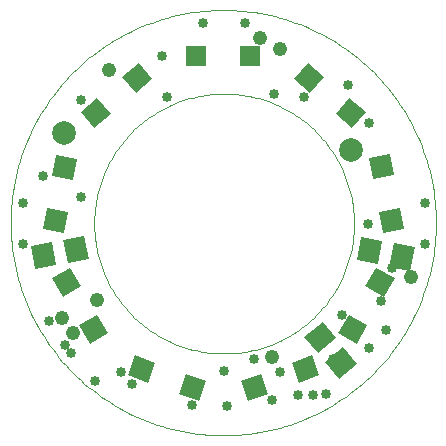
<source format=gts>
G04 EAGLE Gerber RS-274X export*
G75*
%MOMM*%
%FSLAX35Y35*%
%LPD*%
%INsolder_mask_top*%
%IPPOS*%
%AMOC8*
5,1,8,0,0,1.08239X$1,22.5*%
G01*
%ADD10C,0.010000*%
%ADD11C,0.050000*%
%ADD12R,1.803200X2.003200*%
%ADD13R,1.803200X1.803200*%
%ADD14R,1.803200X1.803200*%
%ADD15C,1.219200*%
%ADD16C,2.003200*%
%ADD17C,0.853200*%


D10*
X1793375Y-42625D02*
X1793375Y57375D01*
X-1806625Y7375D02*
X-1806083Y51549D01*
X-1804457Y95697D01*
X-1801748Y139791D01*
X-1797958Y183806D01*
X-1793088Y227714D01*
X-1787143Y271490D01*
X-1780125Y315106D01*
X-1772039Y358538D01*
X-1762889Y401757D01*
X-1752681Y444739D01*
X-1741422Y487458D01*
X-1729118Y529887D01*
X-1715776Y572002D01*
X-1701404Y613777D01*
X-1686012Y655186D01*
X-1669608Y696205D01*
X-1652203Y736809D01*
X-1633806Y776974D01*
X-1614429Y816675D01*
X-1594083Y855889D01*
X-1572782Y894592D01*
X-1550536Y932760D01*
X-1527361Y970371D01*
X-1503270Y1007401D01*
X-1478278Y1043830D01*
X-1452399Y1079634D01*
X-1425649Y1114792D01*
X-1398044Y1149283D01*
X-1369601Y1183086D01*
X-1340337Y1216181D01*
X-1310270Y1248548D01*
X-1279417Y1280167D01*
X-1247798Y1311020D01*
X-1215431Y1341087D01*
X-1182336Y1370351D01*
X-1148533Y1398794D01*
X-1114042Y1426399D01*
X-1078884Y1453149D01*
X-1043080Y1479028D01*
X-1006651Y1504020D01*
X-969621Y1528111D01*
X-932010Y1551286D01*
X-893842Y1573532D01*
X-855139Y1594833D01*
X-815925Y1615179D01*
X-776224Y1634556D01*
X-736059Y1652953D01*
X-695455Y1670358D01*
X-654436Y1686762D01*
X-613027Y1702154D01*
X-571252Y1716526D01*
X-529137Y1729868D01*
X-486708Y1742172D01*
X-443989Y1753431D01*
X-401007Y1763639D01*
X-357788Y1772789D01*
X-314356Y1780875D01*
X-270740Y1787893D01*
X-226964Y1793838D01*
X-183056Y1798708D01*
X-139041Y1802498D01*
X-94947Y1805207D01*
X-50799Y1806833D01*
X-6625Y1807375D01*
X37549Y1806833D01*
X81697Y1805207D01*
X125791Y1802498D01*
X169806Y1798708D01*
X213714Y1793838D01*
X257490Y1787893D01*
X301106Y1780875D01*
X344538Y1772789D01*
X387757Y1763639D01*
X430739Y1753431D01*
X473458Y1742172D01*
X515887Y1729868D01*
X558002Y1716526D01*
X599777Y1702154D01*
X641186Y1686762D01*
X682205Y1670358D01*
X722809Y1652953D01*
X762974Y1634556D01*
X802675Y1615179D01*
X841889Y1594833D01*
X880592Y1573532D01*
X918760Y1551286D01*
X956371Y1528111D01*
X993401Y1504020D01*
X1029830Y1479028D01*
X1065634Y1453149D01*
X1100792Y1426399D01*
X1135283Y1398794D01*
X1169086Y1370351D01*
X1202181Y1341087D01*
X1234548Y1311020D01*
X1266167Y1280167D01*
X1297020Y1248548D01*
X1327087Y1216181D01*
X1356351Y1183086D01*
X1384794Y1149283D01*
X1412399Y1114792D01*
X1439149Y1079634D01*
X1465028Y1043830D01*
X1490020Y1007401D01*
X1514111Y970371D01*
X1537286Y932760D01*
X1559532Y894592D01*
X1580833Y855889D01*
X1601179Y816675D01*
X1620556Y776974D01*
X1638953Y736809D01*
X1656358Y696205D01*
X1672762Y655186D01*
X1688154Y613777D01*
X1702526Y572002D01*
X1715868Y529887D01*
X1728172Y487458D01*
X1739431Y444739D01*
X1749639Y401757D01*
X1758789Y358538D01*
X1766875Y315106D01*
X1773893Y271490D01*
X1779838Y227714D01*
X1784708Y183806D01*
X1788498Y139791D01*
X1791207Y95697D01*
X1792833Y51549D01*
X1793375Y7375D01*
X1792833Y-36799D01*
X1791207Y-80947D01*
X1788498Y-125041D01*
X1784708Y-169056D01*
X1779838Y-212964D01*
X1773893Y-256740D01*
X1766875Y-300356D01*
X1758789Y-343788D01*
X1749639Y-387007D01*
X1739431Y-429989D01*
X1728172Y-472708D01*
X1715868Y-515137D01*
X1702526Y-557252D01*
X1688154Y-599027D01*
X1672762Y-640436D01*
X1656358Y-681455D01*
X1638953Y-722059D01*
X1620556Y-762224D01*
X1601179Y-801925D01*
X1580833Y-841139D01*
X1559532Y-879842D01*
X1537286Y-918010D01*
X1514111Y-955621D01*
X1490020Y-992651D01*
X1465028Y-1029080D01*
X1439149Y-1064884D01*
X1412399Y-1100042D01*
X1384794Y-1134533D01*
X1356351Y-1168336D01*
X1327087Y-1201431D01*
X1297020Y-1233798D01*
X1266167Y-1265417D01*
X1234548Y-1296270D01*
X1202181Y-1326337D01*
X1169086Y-1355601D01*
X1135283Y-1384044D01*
X1100792Y-1411649D01*
X1065634Y-1438399D01*
X1029830Y-1464278D01*
X993401Y-1489270D01*
X956371Y-1513361D01*
X918760Y-1536536D01*
X880592Y-1558782D01*
X841889Y-1580083D01*
X802675Y-1600429D01*
X762974Y-1619806D01*
X722809Y-1638203D01*
X682205Y-1655608D01*
X641186Y-1672012D01*
X599777Y-1687404D01*
X558002Y-1701776D01*
X515887Y-1715118D01*
X473458Y-1727422D01*
X430739Y-1738681D01*
X387757Y-1748889D01*
X344538Y-1758039D01*
X301106Y-1766125D01*
X257490Y-1773143D01*
X213714Y-1779088D01*
X169806Y-1783958D01*
X125791Y-1787748D01*
X81697Y-1790457D01*
X37549Y-1792083D01*
X-6625Y-1792625D01*
X-50799Y-1792083D01*
X-94947Y-1790457D01*
X-139041Y-1787748D01*
X-183056Y-1783958D01*
X-226964Y-1779088D01*
X-270740Y-1773143D01*
X-314356Y-1766125D01*
X-357788Y-1758039D01*
X-401007Y-1748889D01*
X-443989Y-1738681D01*
X-486708Y-1727422D01*
X-529137Y-1715118D01*
X-571252Y-1701776D01*
X-613027Y-1687404D01*
X-654436Y-1672012D01*
X-695455Y-1655608D01*
X-736059Y-1638203D01*
X-776224Y-1619806D01*
X-815925Y-1600429D01*
X-855139Y-1580083D01*
X-893842Y-1558782D01*
X-932010Y-1536536D01*
X-969621Y-1513361D01*
X-1006651Y-1489270D01*
X-1043080Y-1464278D01*
X-1078884Y-1438399D01*
X-1114042Y-1411649D01*
X-1148533Y-1384044D01*
X-1182336Y-1355601D01*
X-1215431Y-1326337D01*
X-1247798Y-1296270D01*
X-1279417Y-1265417D01*
X-1310270Y-1233798D01*
X-1340337Y-1201431D01*
X-1369601Y-1168336D01*
X-1398044Y-1134533D01*
X-1425649Y-1100042D01*
X-1452399Y-1064884D01*
X-1478278Y-1029080D01*
X-1503270Y-992651D01*
X-1527361Y-955621D01*
X-1550536Y-918010D01*
X-1572782Y-879842D01*
X-1594083Y-841139D01*
X-1614429Y-801925D01*
X-1633806Y-762224D01*
X-1652203Y-722059D01*
X-1669608Y-681455D01*
X-1686012Y-640436D01*
X-1701404Y-599027D01*
X-1715776Y-557252D01*
X-1729118Y-515137D01*
X-1741422Y-472708D01*
X-1752681Y-429989D01*
X-1762889Y-387007D01*
X-1772039Y-343788D01*
X-1780125Y-300356D01*
X-1787143Y-256740D01*
X-1793088Y-212964D01*
X-1797958Y-169056D01*
X-1801748Y-125041D01*
X-1804457Y-80947D01*
X-1806083Y-36799D01*
X-1806625Y7375D01*
D11*
X-1100045Y0D02*
X-1099714Y26996D01*
X-1098720Y53977D01*
X-1097064Y80924D01*
X-1094748Y107823D01*
X-1091772Y134657D01*
X-1088139Y161410D01*
X-1083850Y188066D01*
X-1078908Y214608D01*
X-1073316Y241021D01*
X-1067078Y267289D01*
X-1060197Y293396D01*
X-1052677Y319326D01*
X-1044524Y345064D01*
X-1035741Y370594D01*
X-1026334Y395901D01*
X-1016309Y420969D01*
X-1005672Y445784D01*
X-994429Y470330D01*
X-982587Y494593D01*
X-970153Y518558D01*
X-957135Y542210D01*
X-943540Y565536D01*
X-929377Y588521D01*
X-914654Y611152D01*
X-899380Y633415D01*
X-883564Y655296D01*
X-867217Y676782D01*
X-850346Y697861D01*
X-832964Y718520D01*
X-815080Y738745D01*
X-796704Y758526D01*
X-777849Y777849D01*
X-758526Y796704D01*
X-738745Y815080D01*
X-718520Y832964D01*
X-697861Y850346D01*
X-676782Y867217D01*
X-655296Y883564D01*
X-633415Y899380D01*
X-611152Y914654D01*
X-588521Y929377D01*
X-565536Y943540D01*
X-542210Y957135D01*
X-518558Y970153D01*
X-494593Y982587D01*
X-470330Y994429D01*
X-445784Y1005672D01*
X-420969Y1016309D01*
X-395901Y1026334D01*
X-370594Y1035741D01*
X-345064Y1044524D01*
X-319326Y1052677D01*
X-293396Y1060197D01*
X-267289Y1067078D01*
X-241021Y1073316D01*
X-214608Y1078908D01*
X-188066Y1083850D01*
X-161410Y1088139D01*
X-134657Y1091772D01*
X-107823Y1094748D01*
X-80924Y1097064D01*
X-53977Y1098720D01*
X-26996Y1099714D01*
X0Y1100045D01*
X26996Y1099714D01*
X53977Y1098720D01*
X80924Y1097064D01*
X107823Y1094748D01*
X134657Y1091772D01*
X161410Y1088139D01*
X188066Y1083850D01*
X214608Y1078908D01*
X241021Y1073316D01*
X267289Y1067078D01*
X293396Y1060197D01*
X319326Y1052677D01*
X345064Y1044524D01*
X370594Y1035741D01*
X395901Y1026334D01*
X420969Y1016309D01*
X445784Y1005672D01*
X470330Y994429D01*
X494593Y982587D01*
X518558Y970153D01*
X542210Y957135D01*
X565536Y943540D01*
X588521Y929377D01*
X611152Y914654D01*
X633415Y899380D01*
X655296Y883564D01*
X676782Y867217D01*
X697861Y850346D01*
X718520Y832964D01*
X738745Y815080D01*
X758526Y796704D01*
X777849Y777849D01*
X796704Y758526D01*
X815080Y738745D01*
X832964Y718520D01*
X850346Y697861D01*
X867217Y676782D01*
X883564Y655296D01*
X899380Y633415D01*
X914654Y611152D01*
X929377Y588521D01*
X943540Y565536D01*
X957135Y542210D01*
X970153Y518558D01*
X982587Y494593D01*
X994429Y470330D01*
X1005672Y445784D01*
X1016309Y420969D01*
X1026334Y395901D01*
X1035741Y370594D01*
X1044524Y345064D01*
X1052677Y319326D01*
X1060197Y293396D01*
X1067078Y267289D01*
X1073316Y241021D01*
X1078908Y214608D01*
X1083850Y188066D01*
X1088139Y161410D01*
X1091772Y134657D01*
X1094748Y107823D01*
X1097064Y80924D01*
X1098720Y53977D01*
X1099714Y26996D01*
X1100045Y0D01*
X1099714Y-26996D01*
X1098720Y-53977D01*
X1097064Y-80924D01*
X1094748Y-107823D01*
X1091772Y-134657D01*
X1088139Y-161410D01*
X1083850Y-188066D01*
X1078908Y-214608D01*
X1073316Y-241021D01*
X1067078Y-267289D01*
X1060197Y-293396D01*
X1052677Y-319326D01*
X1044524Y-345064D01*
X1035741Y-370594D01*
X1026334Y-395901D01*
X1016309Y-420969D01*
X1005672Y-445784D01*
X994429Y-470330D01*
X982587Y-494593D01*
X970153Y-518558D01*
X957135Y-542210D01*
X943540Y-565536D01*
X929377Y-588521D01*
X914654Y-611152D01*
X899380Y-633415D01*
X883564Y-655296D01*
X867217Y-676782D01*
X850346Y-697861D01*
X832964Y-718520D01*
X815080Y-738745D01*
X796704Y-758526D01*
X777849Y-777849D01*
X758526Y-796704D01*
X738745Y-815080D01*
X718520Y-832964D01*
X697861Y-850346D01*
X676782Y-867217D01*
X655296Y-883564D01*
X633415Y-899380D01*
X611152Y-914654D01*
X588521Y-929377D01*
X565536Y-943540D01*
X542210Y-957135D01*
X518558Y-970153D01*
X494593Y-982587D01*
X470330Y-994429D01*
X445784Y-1005672D01*
X420969Y-1016309D01*
X395901Y-1026334D01*
X370594Y-1035741D01*
X345064Y-1044524D01*
X319326Y-1052677D01*
X293396Y-1060197D01*
X267289Y-1067078D01*
X241021Y-1073316D01*
X214608Y-1078908D01*
X188066Y-1083850D01*
X161410Y-1088139D01*
X134657Y-1091772D01*
X107823Y-1094748D01*
X80924Y-1097064D01*
X53977Y-1098720D01*
X26996Y-1099714D01*
X0Y-1100045D01*
X-26996Y-1099714D01*
X-53977Y-1098720D01*
X-80924Y-1097064D01*
X-107823Y-1094748D01*
X-134657Y-1091772D01*
X-161410Y-1088139D01*
X-188066Y-1083850D01*
X-214608Y-1078908D01*
X-241021Y-1073316D01*
X-267289Y-1067078D01*
X-293396Y-1060197D01*
X-319326Y-1052677D01*
X-345064Y-1044524D01*
X-370594Y-1035741D01*
X-395901Y-1026334D01*
X-420969Y-1016309D01*
X-445784Y-1005672D01*
X-470330Y-994429D01*
X-494593Y-982587D01*
X-518558Y-970153D01*
X-542210Y-957135D01*
X-565536Y-943540D01*
X-588521Y-929377D01*
X-611152Y-914654D01*
X-633415Y-899380D01*
X-655296Y-883564D01*
X-676782Y-867217D01*
X-697861Y-850346D01*
X-718520Y-832964D01*
X-738745Y-815080D01*
X-758526Y-796704D01*
X-777849Y-777849D01*
X-796704Y-758526D01*
X-815080Y-738745D01*
X-832964Y-718520D01*
X-850346Y-697861D01*
X-867217Y-676782D01*
X-883564Y-655296D01*
X-899380Y-633415D01*
X-914654Y-611152D01*
X-929377Y-588521D01*
X-943540Y-565536D01*
X-957135Y-542210D01*
X-970153Y-518558D01*
X-982587Y-494593D01*
X-994429Y-470330D01*
X-1005672Y-445784D01*
X-1016309Y-420969D01*
X-1026334Y-395901D01*
X-1035741Y-370594D01*
X-1044524Y-345064D01*
X-1052677Y-319326D01*
X-1060197Y-293396D01*
X-1067078Y-267289D01*
X-1073316Y-241021D01*
X-1078908Y-214608D01*
X-1083850Y-188066D01*
X-1088139Y-161410D01*
X-1091772Y-134657D01*
X-1094748Y-107823D01*
X-1097064Y-80924D01*
X-1098720Y-53977D01*
X-1099714Y-26996D01*
X-1100045Y0D01*
D12*
G36*
X1435426Y-167453D02*
X1612551Y-201242D01*
X1575014Y-398013D01*
X1397889Y-364224D01*
X1435426Y-167453D01*
G37*
G36*
X1160386Y-114987D02*
X1337511Y-148776D01*
X1299974Y-345547D01*
X1122849Y-311758D01*
X1160386Y-114987D01*
G37*
G36*
X792925Y-1097870D02*
X678714Y-958332D01*
X833729Y-831454D01*
X947940Y-970992D01*
X792925Y-1097870D01*
G37*
G36*
X970271Y-1314546D02*
X856060Y-1175008D01*
X1011075Y-1048130D01*
X1125286Y-1187668D01*
X970271Y-1314546D01*
G37*
D13*
G36*
X806688Y-1285221D02*
X637243Y-1346894D01*
X575570Y-1177449D01*
X745015Y-1115776D01*
X806688Y-1285221D01*
G37*
G36*
X374430Y-1442550D02*
X204985Y-1504223D01*
X143312Y-1334778D01*
X312757Y-1273105D01*
X374430Y-1442550D01*
G37*
G36*
X1443160Y-462814D02*
X1353000Y-618974D01*
X1196840Y-528814D01*
X1287000Y-372654D01*
X1443160Y-462814D01*
G37*
G36*
X1213160Y-861186D02*
X1123000Y-1017346D01*
X966840Y-927186D01*
X1057000Y-771026D01*
X1213160Y-861186D01*
G37*
G36*
X1408195Y585952D02*
X1439507Y408372D01*
X1261927Y377060D01*
X1230615Y554640D01*
X1408195Y585952D01*
G37*
G36*
X1488073Y132940D02*
X1519385Y-44640D01*
X1341805Y-75952D01*
X1310493Y101628D01*
X1488073Y132940D01*
G37*
G36*
X-755015Y-1115776D02*
X-585570Y-1177449D01*
X-647243Y-1346894D01*
X-816688Y-1285221D01*
X-755015Y-1115776D01*
G37*
G36*
X-322757Y-1273105D02*
X-153312Y-1334778D01*
X-214985Y-1504223D01*
X-384430Y-1442550D01*
X-322757Y-1273105D01*
G37*
G36*
X-1302000Y-372654D02*
X-1211840Y-528814D01*
X-1368000Y-618974D01*
X-1458160Y-462814D01*
X-1302000Y-372654D01*
G37*
G36*
X-1072000Y-771026D02*
X-981840Y-927186D01*
X-1138000Y-1017346D01*
X-1228160Y-861186D01*
X-1072000Y-771026D01*
G37*
G36*
X-1245615Y549640D02*
X-1276927Y372060D01*
X-1454507Y403372D01*
X-1423195Y580952D01*
X-1245615Y549640D01*
G37*
G36*
X-1325493Y96628D02*
X-1356805Y-80952D01*
X-1534385Y-49640D01*
X-1503073Y127940D01*
X-1325493Y96628D01*
G37*
G36*
X-606790Y1221729D02*
X-744922Y1105821D01*
X-860830Y1243953D01*
X-722698Y1359861D01*
X-606790Y1221729D01*
G37*
G36*
X-959170Y926047D02*
X-1097302Y810139D01*
X-1213210Y948271D01*
X-1075078Y1064179D01*
X-959170Y926047D01*
G37*
D14*
X220000Y1415000D03*
X-240000Y1415000D03*
D13*
G36*
X1082302Y810139D02*
X944170Y926047D01*
X1060078Y1064179D01*
X1198210Y948271D01*
X1082302Y810139D01*
G37*
G36*
X729922Y1105821D02*
X591790Y1221729D01*
X707698Y1359861D01*
X845830Y1243953D01*
X729922Y1105821D01*
G37*
D12*
G36*
X-1360186Y-137171D02*
X-1183180Y-102764D01*
X-1144958Y-299403D01*
X-1321964Y-333810D01*
X-1360186Y-137171D01*
G37*
G36*
X-1635042Y-190597D02*
X-1458036Y-156190D01*
X-1419814Y-352829D01*
X-1596820Y-387236D01*
X-1635042Y-190597D01*
G37*
D15*
X300000Y1575000D03*
D16*
X-1359000Y771000D03*
D15*
X-975000Y1300000D03*
X-1075000Y-650000D03*
X-1235000Y-215000D03*
X-1375000Y-800000D03*
X-1275000Y-925000D03*
X1581000Y-456000D03*
X475000Y1475000D03*
X402000Y-1132000D03*
D16*
X1075000Y625000D03*
D17*
X-175000Y1700000D03*
X175000Y1700000D03*
X-1700000Y175000D03*
X-1700000Y-175000D03*
X1700000Y175000D03*
X1700000Y-175000D03*
X0Y-1250000D03*
X925000Y-1150000D03*
X25000Y-1541000D03*
X250000Y-1150000D03*
X-1350000Y-1025000D03*
X1218800Y400D03*
X-870000Y-1258000D03*
X625000Y-1450000D03*
X-1210200Y1050400D03*
X-1535200Y400400D03*
X-1210200Y225400D03*
X-485200Y1075400D03*
X1225000Y850000D03*
X1050000Y1175000D03*
X425000Y1100000D03*
X-524200Y1418400D03*
X-1485200Y-824600D03*
X1225000Y-1050000D03*
X1325000Y-654000D03*
X1375000Y-900000D03*
X-1300000Y-1100000D03*
X750000Y-1450000D03*
X863000Y-1440000D03*
X-1091000Y-1332000D03*
X-781000Y-1360900D03*
X-275000Y-1537000D03*
X675000Y1070000D03*
X477000Y-1260000D03*
X405000Y-1490000D03*
X1002000Y-770000D03*
X1425000Y-375000D03*
M02*

</source>
